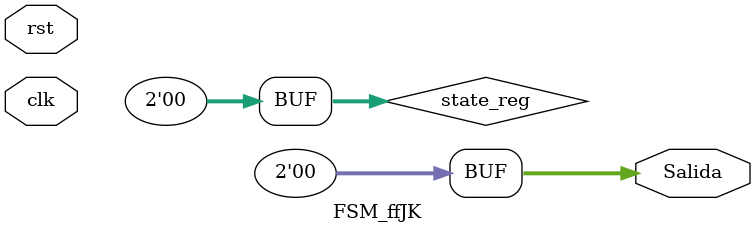
<source format=v>
module FSM_ffJK (
    input wire clk,
    input wire rst,
    output wire [1:0] Salida
);

// Localparam definition for states
localparam [1:0]
        S0 = 2'b00,
        S2 = 2'b01,
        S4 = 2'b10,
        S6 = 2'b11;

// Internal variables decalration
reg [1:0] state_reg; // Actual state
reg [1:0] state_next;

// Body
// 
always @(posedge clk, posedge rst) begin
    if(rst) begin
        state_reg <= S0;       
    end else begin
        state_reg <= state_next;
    end
end

// Control logic for states 
always @(*) begin
    case (state_reg)
        S0: state_next <= S2;
        S2: state_next <= S4;
        S4: state_next <= S6;
        S6: state_next <= S0;
        default: state_reg = S0; 
    endcase
end

// Output assignation
assign Salida[1] = state_reg[1];
assign Salida[0] = state_reg[0];

endmodule
</source>
